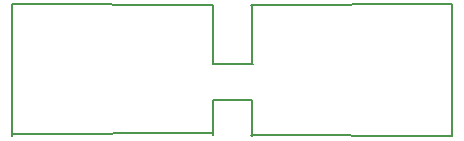
<source format=gbr>
%TF.GenerationSoftware,KiCad,Pcbnew,(6.0.4)*%
%TF.CreationDate,2023-01-17T21:57:26-05:00*%
%TF.ProjectId,tube,74756265-2e6b-4696-9361-645f70636258,rev?*%
%TF.SameCoordinates,Original*%
%TF.FileFunction,Profile,NP*%
%FSLAX46Y46*%
G04 Gerber Fmt 4.6, Leading zero omitted, Abs format (unit mm)*
G04 Created by KiCad (PCBNEW (6.0.4)) date 2023-01-17 21:57:26*
%MOMM*%
%LPD*%
G01*
G04 APERTURE LIST*
%TA.AperFunction,Profile*%
%ADD10C,0.200000*%
%TD*%
G04 APERTURE END LIST*
D10*
X17000000Y-10800000D02*
X0Y-10900000D01*
X37200000Y100000D02*
X37200000Y-11100000D01*
X0Y100000D02*
X17000000Y0D01*
X0Y-11100000D02*
X0Y100000D01*
X17000000Y-5000000D02*
X20400000Y-5000000D01*
X37200000Y-11100000D02*
X20200000Y-11000000D01*
X17000000Y0D02*
X17000000Y-5000000D01*
X20300000Y0D02*
X20300000Y-5000000D01*
X20300000Y-8000000D02*
X20300000Y-11100000D01*
X17000000Y-8000000D02*
X17000000Y-11000000D01*
X20200000Y0D02*
X37200000Y100000D01*
X17000000Y-8000000D02*
X20300000Y-8000000D01*
M02*

</source>
